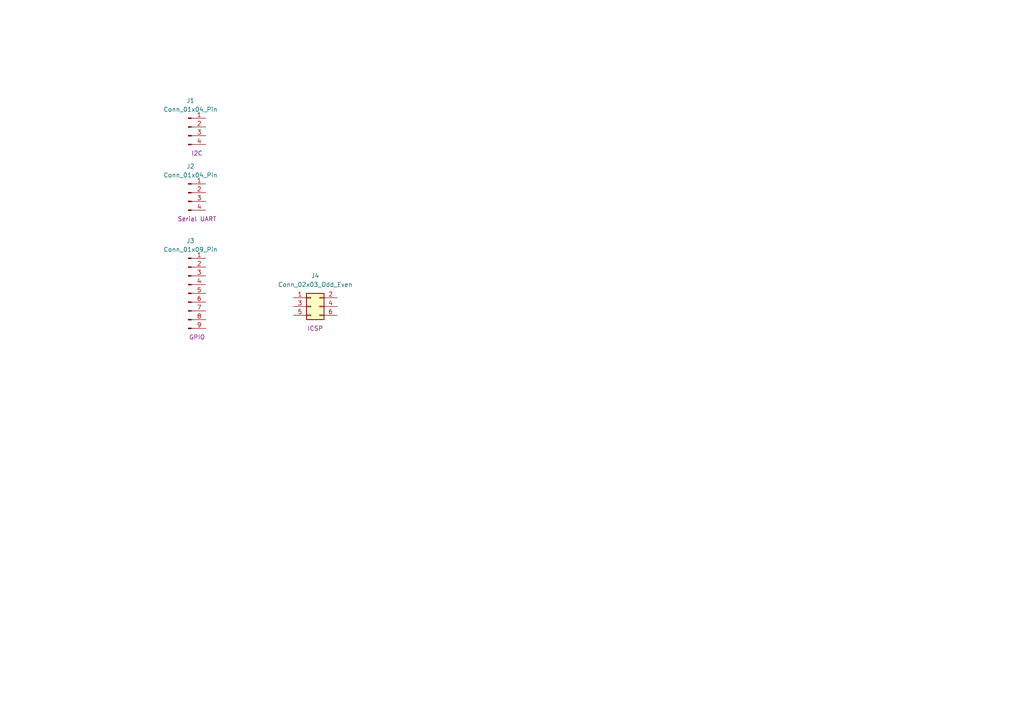
<source format=kicad_sch>
(kicad_sch (version 20250114) (generator "eeschema") (generator_version "9.0")
  (paper "A4")
  (title_block (title "${project_name}"))
  (lib_symbols
    (symbol "Connector:Conn_01x04_Pin" (pin_names (offset 1.016) (hide yes))
      (property "Reference" "J" (at 0 5.08 0))
      (property "Value" "Conn_01x04_Pin" (at 0 -7.62 0))
      (symbol "Conn_01x04_Pin_1_1"
        (rectangle (start 0.8636 2.667) (end 0 2.413) (stroke (width 0.1524)) (fill (type outline)))
        (rectangle (start 0.8636 0.127) (end 0 -0.127) (stroke (width 0.1524)) (fill (type outline)))
        (rectangle (start 0.8636 -2.413) (end 0 -2.667) (stroke (width 0.1524)) (fill (type outline)))
        (rectangle (start 0.8636 -4.953) (end 0 -5.207) (stroke (width 0.1524)) (fill (type outline)))
        (polyline (pts (xy 1.27 2.54) (xy 0.8636 2.54)) (stroke (width 0.1524)))
        (polyline (pts (xy 1.27 0) (xy 0.8636 0)) (stroke (width 0.1524)))
        (polyline (pts (xy 1.27 -2.54) (xy 0.8636 -2.54)) (stroke (width 0.1524)))
        (polyline (pts (xy 1.27 -5.08) (xy 0.8636 -5.08)) (stroke (width 0.1524)))
        (pin passive line (at 5.08 2.54 180) (length 3.81) (name "Pin_1") (number "1"))
        (pin passive line (at 5.08 0 180) (length 3.81) (name "Pin_2") (number "2"))
        (pin passive line (at 5.08 -2.54 180) (length 3.81) (name "Pin_3") (number "3"))
        (pin passive line (at 5.08 -5.08 180) (length 3.81) (name "Pin_4") (number "4"))
      )
    )
    (symbol "Connector:Conn_01x09_Pin" (pin_names (offset 1.016) (hide yes))
      (property "Reference" "J" (at 0 12.7 0))
      (property "Value" "Conn_01x09_Pin" (at 0 -12.7 0))
      (symbol "Conn_01x09_Pin_1_1"
        (rectangle (start 0.8636 10.287) (end 0 10.033) (stroke (width 0.1524)) (fill (type outline)))
        (rectangle (start 0.8636 7.747) (end 0 7.493) (stroke (width 0.1524)) (fill (type outline)))
        (rectangle (start 0.8636 5.207) (end 0 4.953) (stroke (width 0.1524)) (fill (type outline)))
        (rectangle (start 0.8636 2.667) (end 0 2.413) (stroke (width 0.1524)) (fill (type outline)))
        (rectangle (start 0.8636 0.127) (end 0 -0.127) (stroke (width 0.1524)) (fill (type outline)))
        (rectangle (start 0.8636 -2.413) (end 0 -2.667) (stroke (width 0.1524)) (fill (type outline)))
        (rectangle (start 0.8636 -4.953) (end 0 -5.207) (stroke (width 0.1524)) (fill (type outline)))
        (rectangle (start 0.8636 -7.493) (end 0 -7.747) (stroke (width 0.1524)) (fill (type outline)))
        (rectangle (start 0.8636 -10.033) (end 0 -10.287) (stroke (width 0.1524)) (fill (type outline)))
        (polyline (pts (xy 1.27 10.16) (xy 0.8636 10.16)) (stroke (width 0.1524)))
        (polyline (pts (xy 1.27 7.62) (xy 0.8636 7.62)) (stroke (width 0.1524)))
        (polyline (pts (xy 1.27 5.08) (xy 0.8636 5.08)) (stroke (width 0.1524)))
        (polyline (pts (xy 1.27 2.54) (xy 0.8636 2.54)) (stroke (width 0.1524)))
        (polyline (pts (xy 1.27 0) (xy 0.8636 0)) (stroke (width 0.1524)))
        (polyline (pts (xy 1.27 -2.54) (xy 0.8636 -2.54)) (stroke (width 0.1524)))
        (polyline (pts (xy 1.27 -5.08) (xy 0.8636 -5.08)) (stroke (width 0.1524)))
        (polyline (pts (xy 1.27 -7.62) (xy 0.8636 -7.62)) (stroke (width 0.1524)))
        (polyline (pts (xy 1.27 -10.16) (xy 0.8636 -10.16)) (stroke (width 0.1524)))
        (pin passive line (at 5.08 10.16 180) (length 3.81) (name "Pin_1") (number "1"))
        (pin passive line (at 5.08 7.62 180) (length 3.81) (name "Pin_2") (number "2"))
        (pin passive line (at 5.08 5.08 180) (length 3.81) (name "Pin_3") (number "3"))
        (pin passive line (at 5.08 2.54 180) (length 3.81) (name "Pin_4") (number "4"))
        (pin passive line (at 5.08 0 180) (length 3.81) (name "Pin_5") (number "5"))
        (pin passive line (at 5.08 -2.54 180) (length 3.81) (name "Pin_6") (number "6"))
        (pin passive line (at 5.08 -5.08 180) (length 3.81) (name "Pin_7") (number "7"))
        (pin passive line (at 5.08 -7.62 180) (length 3.81) (name "Pin_8") (number "8"))
        (pin passive line (at 5.08 -10.16 180) (length 3.81) (name "Pin_9") (number "9"))
      )
    )
    (symbol "Connector_Generic:Conn_02x03_Odd_Even" (pin_names (offset 1.016) (hide yes))
      (property "Reference" "J" (at 1.27 5.08 0))
      (property "Value" "Conn_02x03_Odd_Even" (at 1.27 -5.08 0))
      (symbol "Conn_02x03_Odd_Even_1_1"
        (rectangle (start -1.27 3.81) (end 3.81 -3.81) (stroke (width 0.254)) (fill (type background)))
        (rectangle (start -1.27 2.667) (end 0 2.413) (stroke (width 0.1524)))
        (rectangle (start -1.27 0.127) (end 0 -0.127) (stroke (width 0.1524)))
        (rectangle (start -1.27 -2.413) (end 0 -2.667) (stroke (width 0.1524)))
        (rectangle (start 3.81 2.667) (end 2.54 2.413) (stroke (width 0.1524)))
        (rectangle (start 3.81 0.127) (end 2.54 -0.127) (stroke (width 0.1524)))
        (rectangle (start 3.81 -2.413) (end 2.54 -2.667) (stroke (width 0.1524)))
        (pin passive line (at -5.08 2.54 0) (length 3.81) (name "Pin_1") (number "1"))
        (pin passive line (at -5.08 0 0) (length 3.81) (name "Pin_3") (number "3"))
        (pin passive line (at -5.08 -2.54 0) (length 3.81) (name "Pin_5") (number "5"))
        (pin passive line (at 7.62 2.54 180) (length 3.81) (name "Pin_2") (number "2"))
        (pin passive line (at 7.62 0 180) (length 3.81) (name "Pin_4") (number "4"))
        (pin passive line (at 7.62 -2.54 180) (length 3.81) (name "Pin_6") (number "6"))
      )
    )
  )
  (symbol (lib_id "Connector:Conn_01x04_Pin") (at 54.61 55.88 0) (unit 1)
    (property "Reference" "J2" (at 55.245 48.26 0))
    (property "Value" "Conn_01x04_Pin" (at 55.245 50.8 0))
    (property "Description" "Generic connector, single row, 01x04, script generated" (effects (hide yes)))
    (property "Purpose" "Serial UART" (at 57.15 63.5 0))
  )
  (symbol (lib_id "Connector:Conn_01x04_Pin") (at 54.61 36.83 0) (unit 1)
    (property "Reference" "J1" (at 55.245 29.21 0))
    (property "Value" "Conn_01x04_Pin" (at 55.245 31.75 0))
    (property "Description" "Generic connector, single row, 01x04, script generated" (effects (hide yes)))
    (property "Purpose" "I2C" (at 57.15 44.45 0))
  )
  (symbol (lib_id "Connector:Conn_01x09_Pin") (at 54.61 85.09 0) (unit 1)
    (property "Reference" "J3" (at 55.245 69.85 0))
    (property "Value" "Conn_01x09_Pin" (at 55.245 72.39 0))
    (property "Description" "Generic connector, single row, 01x09, script generated" (effects (hide yes)))
    (property "Purpose" "GPIO" (at 57.15 97.79 0))
  )
  (symbol (lib_id "Connector_Generic:Conn_02x03_Odd_Even") (at 90.17 88.9 0) (unit 1)
    (property "Reference" "J4" (at 91.44 80.01 0))
    (property "Value" "Conn_02x03_Odd_Even" (at 91.44 82.55 0))
    (property "Description" "Generic connector, double row, 02x03, odd/even pin numbering scheme (row 1 odd numbers, row 2 even numbers), script generated (kicad-library-utils/schlib/autogen/connector/)" (effects (hide yes)))
    (property "Purpose" "ICSP" (at 91.44 95.25 0))
  )
)
</source>
